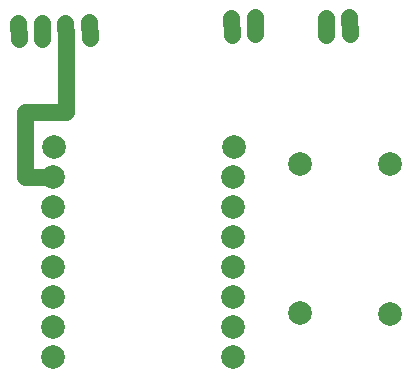
<source format=gbr>
%FSLAX34Y34*%
%MOMM*%
%LNCOPPER_TOP*%
G71*
G01*
%ADD10C,1.400*%
%ADD11C,2.000*%
%LPD*%
G54D10*
X115244Y320004D02*
X114756Y333996D01*
G54D10*
X135244Y320004D02*
X134756Y333996D01*
G54D10*
X155244Y320004D02*
X154756Y333996D01*
G54D10*
X175232Y320702D02*
X174744Y334694D01*
G54D10*
X295695Y323972D02*
X295207Y337964D01*
G54D10*
X315683Y324670D02*
X315195Y338662D01*
X429554Y214125D02*
G54D11*
D03*
X429554Y87125D02*
G54D11*
D03*
X353633Y88375D02*
G54D11*
D03*
X353354Y214125D02*
G54D11*
D03*
X297271Y229159D02*
G54D11*
D03*
X297138Y203759D02*
G54D11*
D03*
X297005Y178359D02*
G54D11*
D03*
X296872Y152960D02*
G54D11*
D03*
X296739Y127560D02*
G54D11*
D03*
X296606Y102161D02*
G54D11*
D03*
X296473Y76760D02*
G54D11*
D03*
X296340Y51362D02*
G54D11*
D03*
X144872Y228627D02*
G54D11*
D03*
X144739Y203227D02*
G54D11*
D03*
X144606Y177828D02*
G54D11*
D03*
X144473Y152428D02*
G54D11*
D03*
X144340Y127028D02*
G54D11*
D03*
X144206Y101628D02*
G54D11*
D03*
X144074Y76229D02*
G54D11*
D03*
X143941Y50829D02*
G54D11*
D03*
G54D10*
X155000Y327000D02*
X154943Y258093D01*
X121000Y258000D01*
X120943Y203093D01*
X144739Y203227D01*
G54D10*
X375695Y323972D02*
X375207Y337964D01*
G54D10*
X395683Y324670D02*
X395195Y338662D01*
M02*

</source>
